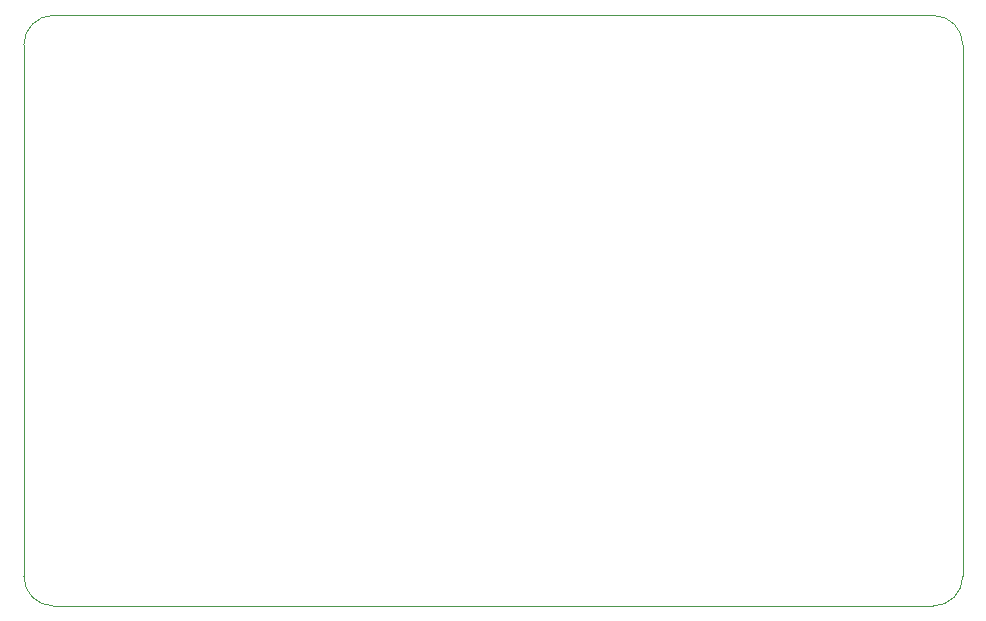
<source format=gbr>
%TF.GenerationSoftware,KiCad,Pcbnew,8.0.8+1*%
%TF.CreationDate,2025-01-21T14:06:51-05:00*%
%TF.ProjectId,powerSupplyBoard,706f7765-7253-4757-9070-6c79426f6172,02*%
%TF.SameCoordinates,Original*%
%TF.FileFunction,Profile,NP*%
%FSLAX46Y46*%
G04 Gerber Fmt 4.6, Leading zero omitted, Abs format (unit mm)*
G04 Created by KiCad (PCBNEW 8.0.8+1) date 2025-01-21 14:06:51*
%MOMM*%
%LPD*%
G01*
G04 APERTURE LIST*
%TA.AperFunction,Profile*%
%ADD10C,0.050000*%
%TD*%
G04 APERTURE END LIST*
D10*
X108000000Y-132500000D02*
X182500000Y-132500000D01*
X105500000Y-85000000D02*
G75*
G02*
X108000000Y-82500000I2500000J0D01*
G01*
X182500000Y-82500000D02*
X108000000Y-82500000D01*
X185000000Y-130000000D02*
G75*
G02*
X182500000Y-132500000I-2500000J0D01*
G01*
X105500000Y-85000000D02*
X105500000Y-130000000D01*
X108000000Y-132500000D02*
G75*
G02*
X105500000Y-130000000I0J2500000D01*
G01*
X182500000Y-82500000D02*
G75*
G02*
X185000000Y-85000000I0J-2500000D01*
G01*
X185000000Y-130000000D02*
X185000000Y-85000000D01*
M02*

</source>
